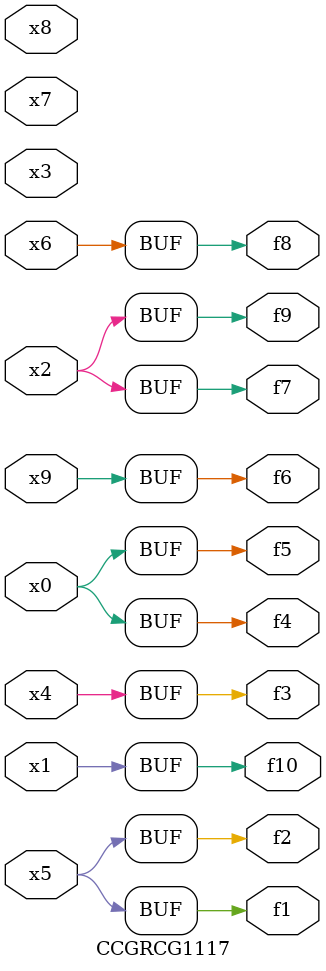
<source format=v>
module CCGRCG1117(
	input x0, x1, x2, x3, x4, x5, x6, x7, x8, x9,
	output f1, f2, f3, f4, f5, f6, f7, f8, f9, f10
);
	assign f1 = x5;
	assign f2 = x5;
	assign f3 = x4;
	assign f4 = x0;
	assign f5 = x0;
	assign f6 = x9;
	assign f7 = x2;
	assign f8 = x6;
	assign f9 = x2;
	assign f10 = x1;
endmodule

</source>
